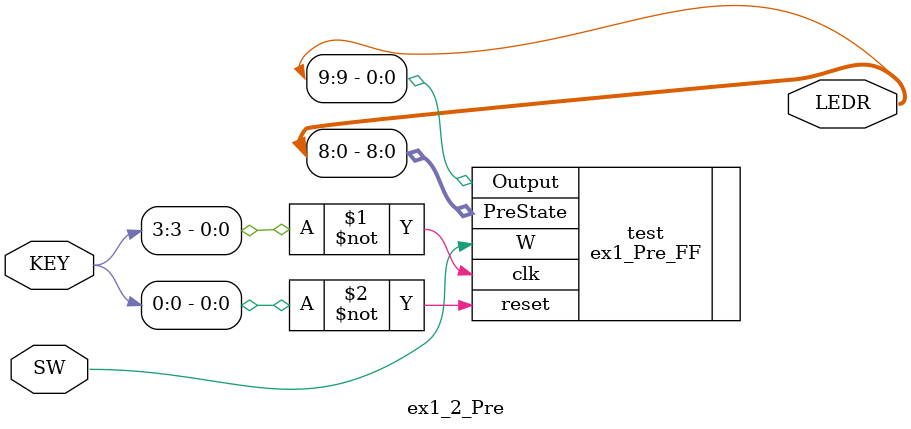
<source format=sv>
module ex1_2_Pre (
		input  logic [3:0] KEY,
		input  logic [0:0] SW,
		output logic [9:0] LEDR
);

ex1_Pre_FF 	test(.clk(~KEY[3]), .reset(~KEY[0]), .W(SW[0]), .PreState(LEDR[8:0]), .Output(LEDR[9]) );

endmodule
</source>
